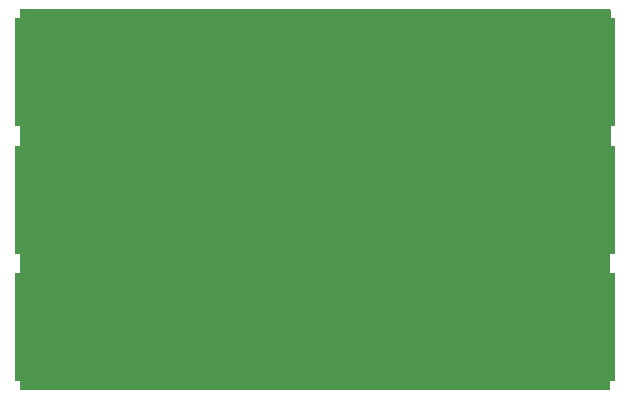
<source format=gbr>
G04 EAGLE Gerber RS-274X export*
G75*
%MOMM*%
%FSLAX34Y34*%
%LPD*%
%INBottom Copper*%
%IPPOS*%
%AMOC8*
5,1,8,0,0,1.08239X$1,22.5*%
G01*
%ADD10C,0.503200*%
%ADD11R,4.572000X9.144000*%
%ADD12C,0.603200*%

G36*
X503250Y3814D02*
X503250Y3814D01*
X503270Y3812D01*
X503371Y3834D01*
X503474Y3850D01*
X503491Y3860D01*
X503510Y3864D01*
X503599Y3917D01*
X503691Y3966D01*
X503704Y3980D01*
X503721Y3990D01*
X503789Y4069D01*
X503860Y4144D01*
X503869Y4162D01*
X503881Y4177D01*
X503920Y4273D01*
X503964Y4367D01*
X503966Y4387D01*
X503973Y4405D01*
X503992Y4572D01*
X504187Y325628D01*
X504183Y325647D01*
X504185Y325667D01*
X504164Y325768D01*
X504147Y325870D01*
X504138Y325888D01*
X504133Y325908D01*
X504080Y325997D01*
X504032Y326088D01*
X504017Y326102D01*
X504007Y326119D01*
X503928Y326186D01*
X503854Y326257D01*
X503835Y326266D01*
X503820Y326279D01*
X503724Y326318D01*
X503631Y326361D01*
X503611Y326363D01*
X503592Y326371D01*
X503425Y326389D01*
X4572Y326389D01*
X4552Y326386D01*
X4533Y326388D01*
X4431Y326366D01*
X4329Y326350D01*
X4312Y326340D01*
X4292Y326336D01*
X4203Y326283D01*
X4112Y326234D01*
X4098Y326220D01*
X4081Y326210D01*
X4014Y326131D01*
X3942Y326056D01*
X3934Y326038D01*
X3921Y326023D01*
X3882Y325927D01*
X3839Y325833D01*
X3837Y325813D01*
X3829Y325795D01*
X3811Y325628D01*
X3811Y4572D01*
X3814Y4552D01*
X3812Y4533D01*
X3834Y4431D01*
X3850Y4329D01*
X3860Y4312D01*
X3864Y4292D01*
X3917Y4203D01*
X3966Y4112D01*
X3980Y4098D01*
X3990Y4081D01*
X4069Y4014D01*
X4144Y3942D01*
X4162Y3934D01*
X4177Y3921D01*
X4273Y3882D01*
X4367Y3839D01*
X4387Y3837D01*
X4405Y3829D01*
X4572Y3811D01*
X503231Y3811D01*
X503250Y3814D01*
G37*
D10*
X496570Y40640D03*
X496570Y73660D03*
X471170Y40640D03*
X471170Y73660D03*
X496570Y96520D03*
X471170Y96520D03*
X496570Y17780D03*
X471170Y17780D03*
X483870Y17780D03*
X483870Y96520D03*
X483870Y73660D03*
X483870Y40640D03*
D11*
X485140Y57150D03*
D10*
X11430Y73660D03*
X11430Y40640D03*
X36830Y73660D03*
X36830Y40640D03*
X11430Y17780D03*
X36830Y17780D03*
X11430Y96520D03*
X36830Y96520D03*
X24130Y96520D03*
X24130Y17780D03*
X24130Y40640D03*
X24130Y73660D03*
D11*
X22860Y57150D03*
D10*
X11430Y181610D03*
X11430Y148590D03*
X36830Y181610D03*
X36830Y148590D03*
X11430Y125730D03*
X36830Y125730D03*
X11430Y204470D03*
X36830Y204470D03*
X24130Y204470D03*
X24130Y125730D03*
X24130Y148590D03*
X24130Y181610D03*
D11*
X22860Y165100D03*
D10*
X496570Y148590D03*
X496570Y181610D03*
X471170Y148590D03*
X471170Y181610D03*
X496570Y204470D03*
X471170Y204470D03*
X496570Y125730D03*
X471170Y125730D03*
X483870Y125730D03*
X483870Y204470D03*
X483870Y181610D03*
X483870Y148590D03*
D11*
X485140Y165100D03*
D10*
X11430Y289560D03*
X11430Y256540D03*
X36830Y289560D03*
X36830Y256540D03*
X11430Y233680D03*
X36830Y233680D03*
X11430Y312420D03*
X36830Y312420D03*
X24130Y312420D03*
X24130Y233680D03*
X24130Y256540D03*
X24130Y289560D03*
D11*
X22860Y273050D03*
D10*
X496570Y256540D03*
X496570Y289560D03*
X471170Y256540D03*
X471170Y289560D03*
X496570Y312420D03*
X471170Y312420D03*
X496570Y233680D03*
X471170Y233680D03*
X483870Y233680D03*
X483870Y312420D03*
X483870Y289560D03*
X483870Y256540D03*
D11*
X485140Y273050D03*
D12*
X76200Y222250D03*
X101600Y222250D03*
X127000Y222250D03*
X152400Y222250D03*
X177800Y222250D03*
X203200Y222250D03*
X228600Y222250D03*
X254000Y222250D03*
X279400Y222250D03*
X304800Y222250D03*
X330200Y222250D03*
X355600Y222250D03*
X381000Y222250D03*
X406400Y222250D03*
X431800Y222250D03*
X76200Y114300D03*
X101600Y114300D03*
X127000Y114300D03*
X152400Y114300D03*
X177800Y114300D03*
X203200Y114300D03*
X228600Y114300D03*
X254000Y114300D03*
X279400Y114300D03*
X304800Y114300D03*
X330200Y114300D03*
X355600Y114300D03*
X381000Y114300D03*
X406400Y114300D03*
X431800Y114300D03*
X76200Y317500D03*
X101600Y317500D03*
X127000Y317500D03*
X152400Y317500D03*
X177800Y317500D03*
X203200Y317500D03*
X228600Y317500D03*
X254000Y317500D03*
X279400Y317500D03*
X304800Y317500D03*
X330200Y317500D03*
X355600Y317500D03*
X381000Y317500D03*
X406400Y317500D03*
X431800Y317500D03*
X76200Y12700D03*
X101600Y12700D03*
X127000Y12700D03*
X152400Y12700D03*
X177800Y12700D03*
X203200Y12700D03*
X228600Y12700D03*
X254000Y12700D03*
X279400Y12700D03*
X304800Y12700D03*
X330200Y12700D03*
X355600Y12700D03*
X381000Y12700D03*
X406400Y12700D03*
X431800Y12700D03*
X50800Y317500D03*
X50800Y222250D03*
X50800Y114300D03*
X50800Y12700D03*
X457200Y317500D03*
X457200Y222250D03*
X457200Y114300D03*
X457200Y12700D03*
M02*

</source>
